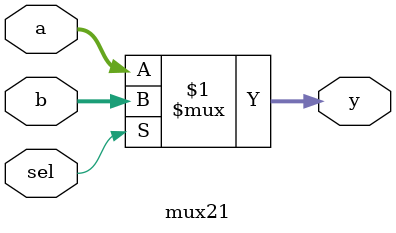
<source format=v>
module mux21(sel, a, b, y);
input sel;
input [3:0] a, b;
output [3:0] y;

assign y = sel ? b : a;
endmodule

</source>
